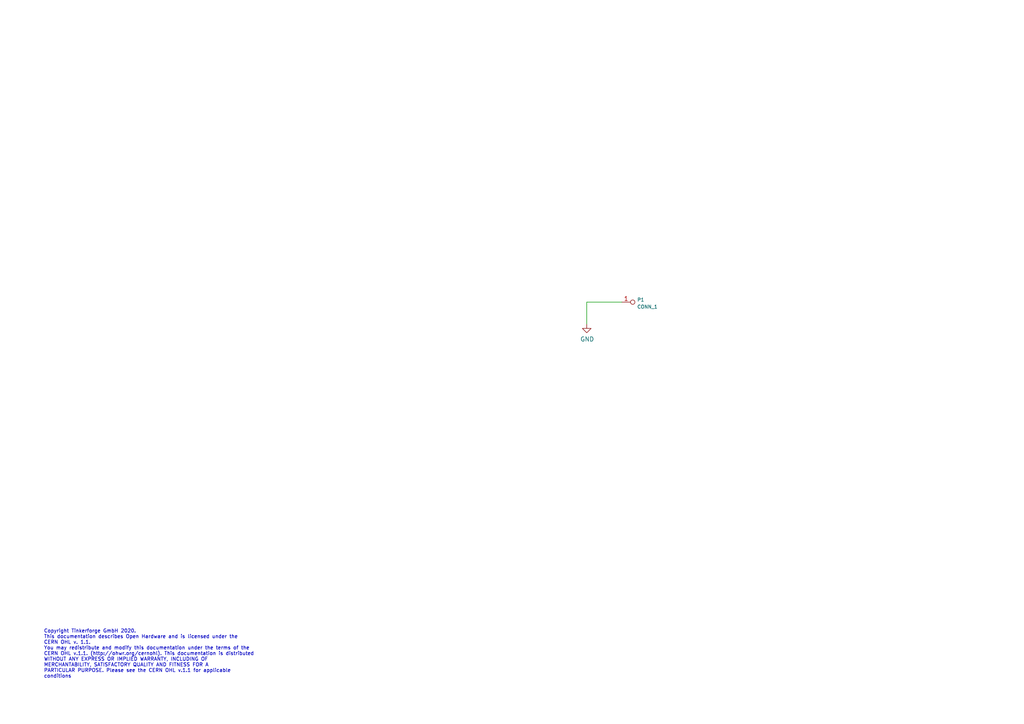
<source format=kicad_sch>
(kicad_sch (version 20230121) (generator eeschema)
  (paper "A4")
  (title_block (title "Grounding Ring") (date "2021-02-19") (rev "1.0") (company "Tinkerforge GmbH") (comment 1 "Licensed under CERN OHL v.1.1") (comment 2 "Copyright (©) 2020, T.Schneidermann <tim@tinkerforge.com>"))
  (lib_symbols
    (symbol "tinkerforge:CONN_1" (pin_names (offset 1.016))
      (property "Reference" "P" (at -0.381 3.556 0))
      (property "Value" "CONN_1" (at 0 -2.286 0))
      (symbol "CONN_1_0_1"
        (circle (center 0.635 0) (radius 0.635))
      )
      (symbol "CONN_1_1_1"
        (pin input line (at -2.54 0 0) (length 2.54) (name "~") (number "1"))
      )
    )
    (symbol "tinkerforge:GND" (power) (pin_names (offset 0))
      (property "Value" "GND" (at 0 -5.08 0))
      (symbol "GND_0_1"
        (polyline (pts (xy 0 0) (xy 0 -1.27) (xy 1.27 -1.27) (xy 0 -2.54) (xy -1.27 -1.27) (xy 0 -1.27)))
      )
      (symbol "GND_1_1"
        (pin power_in line (at 0 0 270) (length 0) hide (name "GND") (number "1"))
      )
    )
  )
  (wire (pts (xy 170.18 87.63) (xy 170.18 93.98)))
  (wire (pts (xy 170.18 87.63) (xy 180.34 87.63)))
  (text "Copyright Tinkerforge GmbH 2020.\nThis documentation describes Open Hardware and is licensed under the\nCERN OHL v. 1.1.\nYou may redistribute and modify this documentation under the terms of the\nCERN OHL v.1.1. (http://ohwr.org/cernohl). This documentation is distributed\nWITHOUT ANY EXPRESS OR IMPLIED WARRANTY, INCLUDING OF\nMERCHANTABILITY, SATISFACTORY QUALITY AND FITNESS FOR A\nPARTICULAR PURPOSE. Please see the CERN OHL v.1.1 for applicable\nconditions\n" (at 12.7 196.85 0) (effects (font (size 1.016 1.016)) (justify left bottom)))
  (symbol (lib_id "tinkerforge:GND") (at 170.18 93.98 0) (unit 1)
    (property "Reference" "#PWR0101" (effects hide))
    (property "Value" "GND" (at 170.307 98.3742 0))
  )
  (symbol (lib_id "tinkerforge:CONN_1") (at 182.88 87.63 0) (unit 1)
    (property "Reference" "P1" (at 184.785 86.951 0) (effects (font (size 0.9906 0.9906)) (justify left)))
    (property "Value" "CONN_1" (at 184.785 88.9857 0) (effects (font (size 0.9906 0.9906)) (justify left)))
    (property "Footprint" "kicad-libraries:36-4910" (effects hide))
  )
)
</source>
